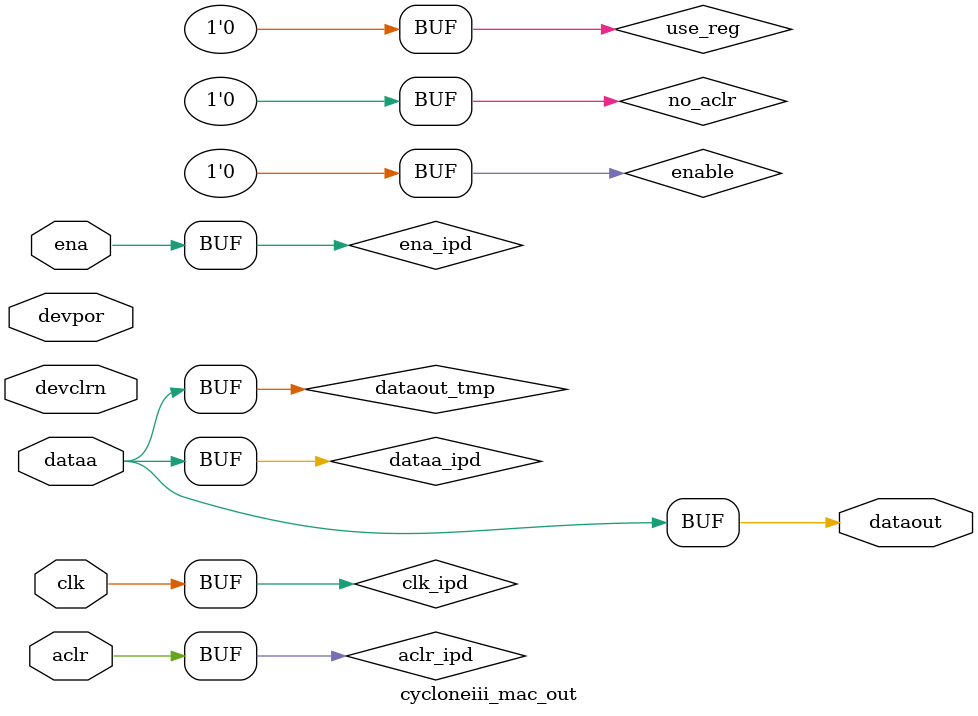
<source format=v>


module cycloneiii_lcell_comb (dataa, datab, datac, datad, cin, combout, cout);

input dataa, datab, datac, datad, cin;
output combout, cout;

parameter lut_mask = 16'hFFFF;
parameter sum_lutc_input = "datac";
parameter dont_touch = "off";
parameter lpm_type = "cycloneiii_lcell_comb";

reg cout_tmp, combout_tmp;
reg [1:0] isum_lutc_input;

// 4-input LUT function
function lut4;
	input [15:0] mask;
	input dataa, datab, datac, datad;
	begin
	    lut4 = datad ? ( datac ? ( datab ? ( dataa ? mask[15] : mask[14])
					     : ( dataa ? mask[13] : mask[12]))
				   : ( datab ? ( dataa ? mask[11] : mask[10])
					     : ( dataa ? mask[ 9] : mask[ 8])))
			 : ( datac ? ( datab ? ( dataa ? mask[ 7] : mask[ 6])
					     : ( dataa ? mask[ 5] : mask[ 4]))
				   : ( datab ? ( dataa ? mask[ 3] : mask[ 2])
					     : ( dataa ? mask[ 1] : mask[ 0])));
	end
endfunction

initial
	if (sum_lutc_input == "datac")
		isum_lutc_input = 0;
	else if (sum_lutc_input == "cin")
		isum_lutc_input = 1;
	else
		isum_lutc_input = 2;

always @* begin
	if (isum_lutc_input == 0) // datac 
		combout_tmp = lut4(lut_mask, dataa, datab, datac, datad);
	else if (isum_lutc_input == 1) // cin
		combout_tmp = lut4(lut_mask, dataa, datab, cin, datad);
	cout_tmp = lut4(lut_mask, dataa, datab, cin, 'b0);
end

assign combout = combout_tmp;
assign cout = cout_tmp;

endmodule

// ----------------------------------------------------------------------

module cycloneiii_io_ibuf (i, ibar, o);

parameter differential_mode = "false";
parameter bus_hold = "false";
parameter simulate_z_as = "Z";
parameter lpm_type = "cycloneiii_io_ibuf";

input i, ibar;
output o;

assign o = i;

endmodule

// ----------------------------------------------------------------------

module cycloneiii_io_obuf (i, oe, seriesterminationcontrol, devoe, o, obar);

parameter open_drain_output = "false";
parameter bus_hold = "false";
parameter lpm_type = "cycloneiii_io_obuf";

input i, oe, devoe;
input [15:0] seriesterminationcontrol; 
output o, obar;

assign o = i;
assign obar = ~i;

endmodule

// ----------------------------------------------------------------------

module cycloneiii_mac_data_reg (clk,
                               data,
                               ena,
                               aclr,
                               dataout
                              );

    parameter data_width = 18;

    // INPUT PORTS
    input clk;
    input [17 : 0] data;
    input ena;
    input aclr;

    // OUTPUT PORTS
    output [17:0] dataout;

    // INTERNAL VARIABLES AND NETS
    reg clk_last_value;
    reg [17:0] dataout_tmp;
    wire [17:0] dataout_wire;

    // INTERNAL VARIABLES
    wire [17:0] data_ipd; 
    wire enable;
    wire no_clr;
    reg d_viol;
    reg ena_viol;
    wire clk_ipd;
    wire ena_ipd;
    wire aclr_ipd;

 
    // BUFFER INPUTS
    buf (clk_ipd, clk);
    buf (ena_ipd, ena);
    buf (aclr_ipd, aclr);

    buf (data_ipd[0], data[0]);
    buf (data_ipd[1], data[1]);
    buf (data_ipd[2], data[2]);
    buf (data_ipd[3], data[3]);
    buf (data_ipd[4], data[4]);
    buf (data_ipd[5], data[5]);
    buf (data_ipd[6], data[6]);
    buf (data_ipd[7], data[7]);
    buf (data_ipd[8], data[8]);
    buf (data_ipd[9], data[9]);
    buf (data_ipd[10], data[10]);
    buf (data_ipd[11], data[11]);
    buf (data_ipd[12], data[12]);
    buf (data_ipd[13], data[13]);
    buf (data_ipd[14], data[14]);
    buf (data_ipd[15], data[15]);
    buf (data_ipd[16], data[16]);
    buf (data_ipd[17], data[17]);

    assign enable = (!aclr_ipd) && (ena_ipd);
    assign no_clr = (!aclr_ipd);

    initial
    begin
        clk_last_value <= 'b0;
        dataout_tmp <= 18'b0;
    end

    always @(clk_ipd or aclr_ipd)
    begin
        if (d_viol == 1'b1 || ena_viol == 1'b1)
        begin
            dataout_tmp <= 'bX;
        end
        else if (aclr_ipd == 1'b1)
        begin
            dataout_tmp <= 'b0;
        end
        else 
        begin
            if ((clk_ipd === 1'b1) && (clk_last_value == 1'b0))
                if (ena_ipd === 1'b1)
                    dataout_tmp <= data_ipd;
        end

        clk_last_value <= clk_ipd;

    end // always

    assign dataout_wire = dataout_tmp;
      
    and (dataout[0], dataout_wire[0], 1'b1);
    and (dataout[1], dataout_wire[1], 1'b1);
    and (dataout[2], dataout_wire[2], 1'b1);
    and (dataout[3], dataout_wire[3], 1'b1);
    and (dataout[4], dataout_wire[4], 1'b1);
    and (dataout[5], dataout_wire[5], 1'b1);
    and (dataout[6], dataout_wire[6], 1'b1);
    and (dataout[7], dataout_wire[7], 1'b1);
    and (dataout[8], dataout_wire[8], 1'b1);
    and (dataout[9], dataout_wire[9], 1'b1);
    and (dataout[10], dataout_wire[10], 1'b1);
    and (dataout[11], dataout_wire[11], 1'b1);
    and (dataout[12], dataout_wire[12], 1'b1);
    and (dataout[13], dataout_wire[13], 1'b1);
    and (dataout[14], dataout_wire[14], 1'b1);
    and (dataout[15], dataout_wire[15], 1'b1);
    and (dataout[16], dataout_wire[16], 1'b1);
    and (dataout[17], dataout_wire[17], 1'b1);

endmodule //cycloneiii_mac_data_reg

module cycloneiii_mac_sign_reg (
                               clk,
                               d,
                               ena,
                               aclr,
                               q
                              );

    // INPUT PORTS
    input clk;
    input d;
    input ena;
    input aclr;
    
    // OUTPUT PORTS
    output q;
    
    // INTERNAL VARIABLES
    reg clk_last_value;
    reg q_tmp;
    reg ena_viol;
    reg d_viol;
    
    wire enable;
    
    // DEFAULT VALUES THRO' PULLUPs
    // tri1 aclr, ena;
    
    wire d_ipd;
    wire clk_ipd;
    wire ena_ipd;
    wire aclr_ipd;
    
    buf (d_ipd, d);
    buf (clk_ipd, clk);
    buf (ena_ipd, ena);
    buf (aclr_ipd, aclr);
    
    assign enable = (!aclr_ipd) && (ena_ipd);
    
    initial
    begin
        clk_last_value <= 'b0;
        q_tmp <= 'b0;
    end
    
        always @ (clk_ipd or aclr_ipd)
        begin
            if (d_viol == 1'b1 || ena_viol == 1'b1)
            begin
                q_tmp <= 'bX;
            end
            else
            begin
            if (aclr_ipd == 1'b1)
                q_tmp <= 0;
            else if ((clk_ipd == 1'b1) && (clk_last_value == 1'b0))
                if (ena_ipd == 1'b1)
                    q_tmp <= d_ipd;
            end
    
            clk_last_value <= clk_ipd;
        end
    
    and (q, q_tmp, 'b1);

endmodule // cycloneiii_mac_sign_reg

module cycloneiii_mac_mult_internal
   (
    dataa, 
    datab,
    signa, 
    signb,
    dataout
    );
    
    parameter dataa_width    = 18;
    parameter datab_width    = 18;
    parameter dataout_width  = dataa_width + datab_width;
    
    // INPUT
    input [dataa_width-1:0] dataa;
    input [datab_width-1:0] datab;
    input 	signa;
    input 	signb;
 
    // OUTPUT
    output [dataout_width-1:0] dataout;

    // Internal variables
    wire [17:0] dataa_ipd; 
    wire [17:0] datab_ipd;
    wire signa_ipd; 
    wire signb_ipd;

    wire [dataout_width-1:0] dataout_tmp; 
 
    wire ia_is_positive;
    wire ib_is_positive;
    wire [17:0] iabsa;		// absolute value (i.e. positive) form of dataa input
    wire [17:0] iabsb;		// absolute value (i.e. positive) form of datab input
    wire [35:0] iabsresult;	// absolute value (i.e. positive) form of product (a * b)
 
    
    reg [17:0] i_ones;		// padding with 1's for input negation

    // Input buffers
    buf (signa_ipd, signa);
    buf (signb_ipd, signb);

    // buf dataa_buf [dataa_width-1:0] (dataa_ipd[dataa_width-1:0], dataa);
    // buf datab_buf [datab_width-1:0] (datab_ipd[datab_width-1:0], datab);
    assign dataa_ipd[dataa_width-1:0] = dataa;
    assign datab_ipd[datab_width-1:0] = datab;

    initial
    begin
        // 1's padding for 18-bit wide inputs
        i_ones = ~0;
    end
    
    // get signs of a and b, and get absolute values since Verilog '*' operator
    // is an unsigned multiplication
    assign ia_is_positive = ~signa_ipd | ~dataa_ipd[dataa_width-1];
    assign ib_is_positive = ~signb_ipd | ~datab_ipd[datab_width-1];
 
    assign iabsa = ia_is_positive == 1 ? dataa_ipd[dataa_width-1:0] : -(dataa_ipd | (i_ones << dataa_width));
    assign iabsb = ib_is_positive == 1 ? datab_ipd[datab_width-1:0] : -(datab_ipd | (i_ones << datab_width));
 
    // multiply a * b
    assign iabsresult = iabsa * iabsb;
    assign dataout_tmp = (ia_is_positive ^ ib_is_positive) == 1 ? -iabsresult : iabsresult;
 
    // buf dataout_buf [dataout_width-1:0] (dataout, dataout_tmp);
    assign dataout = dataout_tmp;

endmodule

module cycloneiii_mac_mult	
   (
    dataa, 
    datab,
    signa, 
    signb,
    clk, 
    aclr, 
    ena,
    dataout,
    devclrn,
    devpor
    );
    
    parameter dataa_width    = 18;
    parameter datab_width    = 18;
    parameter dataa_clock	= "none";
    parameter datab_clock	= "none";
    parameter signa_clock	= "none"; 
    parameter signb_clock	= "none";
    parameter lpm_hint       = "true";
    parameter lpm_type       = "cycloneiii_mac_mult";
    
// SIMULATION_ONLY_PARAMETERS_BEGIN

    parameter dataout_width  = dataa_width + datab_width;

// SIMULATION_ONLY_PARAMETERS_END

    input [dataa_width-1:0] dataa;
    input [datab_width-1:0] datab;
    input 	signa;
    input 	signb;
    input clk;
    input aclr;
    input ena;
    input 	devclrn;
    input 	devpor;
 
    output [dataout_width-1:0] dataout;
    
    // tri1 devclrn;
    // tri1 devpor;

    wire [dataout_width-1:0] dataout_tmp; 
 
    wire [17:0] idataa_reg;	// optional register for dataa input
    wire [17:0] idatab_reg;	// optional register for datab input
    wire [17:0] dataa_pad;	// padded dataa input
    wire [17:0] datab_pad;	// padded datab input
    wire isigna_reg;			// optional register for signa input
    wire isignb_reg;			// optional register for signb input
    
    wire [17:0] idataa_int;	// dataa as seen by the multiplier input
    wire [17:0] idatab_int;	// datab as seen by the multiplier input
    wire isigna_int;			// signa as seen by the multiplier input
    wire isignb_int;			// signb as seen by the multiplier input
 
    wire ia_is_positive;
    wire ib_is_positive;
    wire [17:0] iabsa;		// absolute value (i.e. positive) form of dataa input
    wire [17:0] iabsb;		// absolute value (i.e. positive) form of datab input
    wire [35:0] iabsresult;	// absolute value (i.e. positive) form of product (a * b)
 
    wire dataa_use_reg;		// equivalent to dataa_clock parameter
    wire datab_use_reg;		// equivalent to datab_clock parameter
    wire signa_use_reg;		// equivalent to signa_clock parameter
    wire signb_use_reg;		// equivalent to signb_clock parameter
    
    reg [17:0] i_ones;		// padding with 1's for input negation

    wire reg_aclr;

    assign reg_aclr = (!devpor) || (!devclrn) || (aclr);

    // optional registering parameters
    assign dataa_use_reg = (dataa_clock != "none") ? 1'b1 : 1'b0;
    assign datab_use_reg = (datab_clock != "none") ? 1'b1 : 1'b0;
    assign signa_use_reg = (signa_clock != "none") ? 1'b1 : 1'b0;
    assign signb_use_reg = (signb_clock != "none") ? 1'b1 : 1'b0;
    assign dataa_pad = ((18-dataa_width) == 0) ? dataa : {{(18-dataa_width){1'b0}},dataa};
    assign datab_pad = ((18-datab_width) == 0) ? datab : {{(18-datab_width){1'b0}},datab};
       
    initial
    begin
        // 1's padding for 18-bit wide inputs
        i_ones = ~0;
    end
    
    // Optional input registers for dataa,b and signa,b
    cycloneiii_mac_data_reg dataa_reg (
                                      .clk(clk),
                                      .data(dataa_pad),
                                      .ena(ena),
                                      .aclr(reg_aclr),
                                      .dataout(idataa_reg)
                                     );
        defparam dataa_reg.data_width = dataa_width;

    cycloneiii_mac_data_reg datab_reg (
                                      .clk(clk),
                                      .data(datab_pad),
                                      .ena(ena),
                                      .aclr(reg_aclr),
                                      .dataout(idatab_reg)
                                     );
        defparam datab_reg.data_width = datab_width;

    cycloneiii_mac_sign_reg signa_reg (
                                      .clk(clk),
                                      .d(signa),
                                      .ena(ena),
                                      .aclr(reg_aclr),
                                      .q(isigna_reg)
                                     );

    cycloneiii_mac_sign_reg signb_reg (
                                      .clk(clk),
                                      .d(signb),
                                      .ena(ena),
                                      .aclr(reg_aclr),
                                      .q(isignb_reg)
                                     );

    // mux input sources from direct inputs or optional registers
    assign idataa_int = dataa_use_reg == 1'b1 ? idataa_reg : dataa;
    assign idatab_int = datab_use_reg == 1'b1 ? idatab_reg : datab;
    assign isigna_int = signa_use_reg == 1'b1 ? isigna_reg : signa;
    assign isignb_int = signb_use_reg == 1'b1 ? isignb_reg : signb;
 
    cycloneiii_mac_mult_internal mac_multiply (
                                              .dataa(idataa_int[dataa_width-1:0]),
                                              .datab(idatab_int[datab_width-1:0]),
                                              .signa(isigna_int), 
                                              .signb(isignb_int),
                                              .dataout(dataout)
                                             );
        defparam mac_multiply.dataa_width = dataa_width;
        defparam mac_multiply.datab_width = datab_width;
        defparam mac_multiply.dataout_width = dataout_width;

endmodule

module cycloneiii_mac_out	
   (
    dataa, 
    clk,
    aclr,
    ena,
    dataout,
    devclrn,
    devpor
    );
 
    parameter dataa_width   = 1;
    parameter output_clock  = "none";
    parameter lpm_hint      = "true";
    parameter lpm_type      = "cycloneiii_mac_out";

// SIMULATION_ONLY_PARAMETERS_BEGIN

    parameter dataout_width = dataa_width;

// SIMULATION_ONLY_PARAMETERS_END
    
    input [dataa_width-1:0] dataa;
    input clk;
    input aclr;
    input ena;
    input 	devclrn;
    input 	devpor;
    output [dataout_width-1:0] dataout; 
    
    // tri1 devclrn;
    // tri1 devpor;

    wire [dataa_width-1:0] dataa_ipd; // internal dataa
    wire clk_ipd; // internal clk
    wire aclr_ipd; // internal aclr
    wire ena_ipd; // internal ena
 
    // internal variable
    wire [dataout_width-1:0] dataout_tmp;

    reg [dataa_width-1:0] idataout_reg; // optional register for dataout output
 
    wire use_reg; // equivalent to dataout_clock parameter
    
    wire enable;
    wire no_aclr;

    // Input buffers
    buf (clk_ipd, clk);
    buf (aclr_ipd, aclr);
    buf (ena_ipd, ena);

    // buf dataa_buf [dataa_width-1:0] (dataa_ipd, dataa);
    assign dataa_ipd = dataa;

    // optional registering parameter
    assign use_reg = (output_clock != "none") ? 1 : 0;
    assign enable = (!aclr) && (ena) && use_reg;
    assign no_aclr = (!aclr) && use_reg;
       
    initial
    begin
       // initial values for optional register
       idataout_reg = 0;
    end
 
    // Optional input registers for dataa,b and signa,b
    always @* // (posedge clk_ipd or posedge aclr_ipd or negedge devclrn or negedge devpor)
    begin
       if (devclrn == 0 || devpor == 0 || aclr_ipd == 1)
       begin
          idataout_reg <= 0;
       end
       else if (ena_ipd == 1)
       begin
          idataout_reg <= dataa_ipd;
       end
    end
 
    // mux input sources from direct inputs or optional registers
    assign dataout_tmp = use_reg == 1 ? idataout_reg : dataa_ipd;
 
    // accelerate outputs
    // buf dataout_buf [dataout_width-1:0] (dataout, dataout_tmp);
    assign dataout = dataout_tmp;

endmodule

</source>
